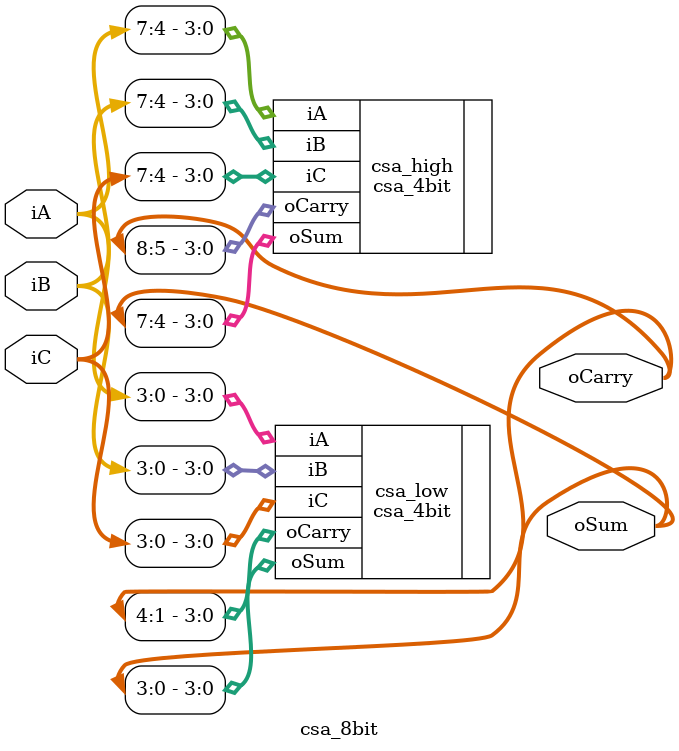
<source format=v>
`timescale 1ns / 1ps

module csa_8bit(
    input wire [7:0] iA, iB, iC,
    output wire [7:0] oSum,
    output wire [8:1] oCarry
);
    csa_4bit csa_low(
        .iA(iA[3:0]),
        .iB(iB[3:0]),
        .iC(iC[3:0]),
        .oSum(oSum[3:0]),
        .oCarry(oCarry[4:1])
    );
    
    csa_4bit csa_high(
        .iA(iA[7:4]),
        .iB(iB[7:4]),
        .iC(iC[7:4]),
        .oSum(oSum[7:4]),
        .oCarry(oCarry[8:5])
    );
    
endmodule
</source>
